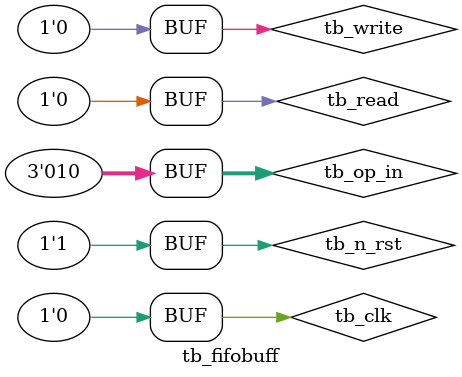
<source format=sv>
`timescale 1ns/10ps
module tb_fifobuff ();

reg tb_clk;
reg tb_n_rst;
reg tb_read;
reg tb_write;
reg [2:0]tb_op_in;
reg [2:0]tb_op_out;

fifobuff DUT (.clk(tb_clk), .n_rst(tb_n_rst), .read(tb_read), .write(tb_write), .opcode_in(tb_op_in), .opcode_out(tb_op_out));

always
begin
  tb_clk = 1;
#2;
  tb_clk = 0;
#2;
end

task push;
  input [2:0]t_op_in;
  //input [2:0]t_op_out;

  tb_op_in = t_op_in;
  //tb_op_out = t_op_out;
  
#1;
  tb_write = 1;
#3;
  tb_write = 0;
endtask

task pull;
  tb_read = 1;
  #3;
  tb_read = 0;
endtask

initial begin
  tb_n_rst = 0;
  tb_read = 0;
  tb_write = 0;
#5
  tb_n_rst = 1;
#5
  push(3'b001);
  push(3'b010);
  pull;
  push(3'b100);
  push(3'b110);
  push(3'b001);
  push(3'b101);
  push(3'b111);
  push(3'b010);
  pull;
end 
endmodule

</source>
